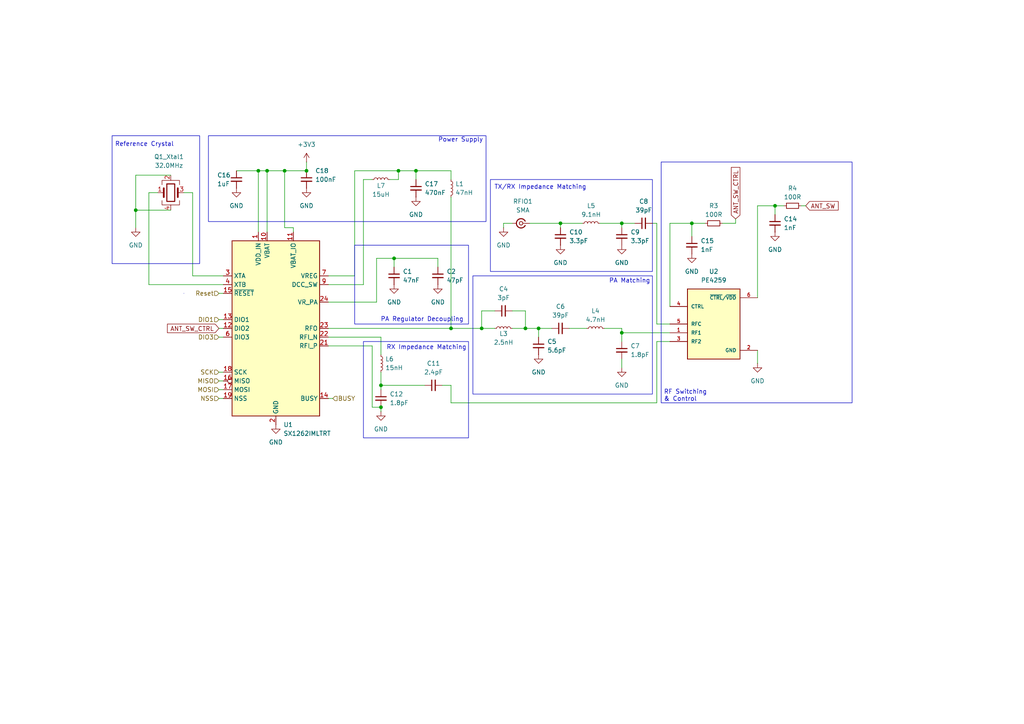
<source format=kicad_sch>
(kicad_sch (version 20231120) (generator "eeschema") (generator_version "8.0")
  (paper "A4")
  (title_block (title "LoRA Radio"))
  (lib_symbols
    (symbol "Connector:Conn_Coaxial_Small" (pin_numbers hide) (pin_names (offset 1.016) hide)
      (property "Reference" "J" (at 0.254 3.048 0))
      (property "Value" "Conn_Coaxial_Small" (at 0 -3.81 0))
      (symbol "Conn_Coaxial_Small_0_1"
        (polyline (pts (xy -2.54 0) (xy -0.508 0)))
        (circle (center 0 0) (radius 0.508) (stroke (width 0.2032)))
      )
      (symbol "Conn_Coaxial_Small_1_1"
        (arc (start -1.1916 -0.6311) (mid 0.327 -1.3081) (end 1.3484 0.0039) (stroke (width 0.3048)))
        (arc (start 1.3484 -0.0039) (mid 0.327 1.3081) (end -1.1916 0.6311) (stroke (width 0.3048)))
        (pin passive line (at -2.54 0 0) (length 1.27) (name "In") (number "1"))
        (pin passive line (at 2.54 0 180) (length 1.27) (name "Ext") (number "2"))
      )
    )
    (symbol "Device:C_Small" (pin_numbers hide) (pin_names (offset 0.254) hide)
      (property "Reference" "C" (at 0.254 1.778 0))
      (property "Value" "C_Small" (at 0.254 -2.032 0))
      (symbol "C_Small_0_1"
        (polyline (pts (xy -1.524 -0.508) (xy 1.524 -0.508)) (stroke (width 0.3302)))
        (polyline (pts (xy -1.524 0.508) (xy 1.524 0.508)) (stroke (width 0.3048)))
      )
      (symbol "C_Small_1_1"
        (pin passive line (at 0 2.54 270) (length 2.032) (name "~") (number "1"))
        (pin passive line (at 0 -2.54 90) (length 2.032) (name "~") (number "2"))
      )
    )
    (symbol "Device:Crystal_GND24" (pin_names (offset 1.016) hide)
      (property "Reference" "Y" (at 3.175 5.08 0))
      (property "Value" "Crystal_GND24" (at 3.175 3.175 0))
      (symbol "Crystal_GND24_0_1"
        (rectangle (start -1.143 2.54) (end 1.143 -2.54) (stroke (width 0.3048)))
        (polyline (pts (xy -2.54 0) (xy -2.032 0)))
        (polyline (pts (xy -2.032 -1.27) (xy -2.032 1.27)) (stroke (width 0.508)))
        (polyline (pts (xy 0 -3.81) (xy 0 -3.556)))
        (polyline (pts (xy 0 3.556) (xy 0 3.81)))
        (polyline (pts (xy 2.032 -1.27) (xy 2.032 1.27)) (stroke (width 0.508)))
        (polyline (pts (xy 2.032 0) (xy 2.54 0)))
        (polyline (pts (xy -2.54 -2.286) (xy -2.54 -3.556) (xy 2.54 -3.556) (xy 2.54 -2.286)))
        (polyline (pts (xy -2.54 2.286) (xy -2.54 3.556) (xy 2.54 3.556) (xy 2.54 2.286)))
      )
      (symbol "Crystal_GND24_1_1"
        (pin passive line (at -3.81 0 0) (length 1.27) (name "1") (number "1"))
        (pin passive line (at 0 5.08 270) (length 1.27) (name "2") (number "2"))
        (pin passive line (at 3.81 0 180) (length 1.27) (name "3") (number "3"))
        (pin passive line (at 0 -5.08 90) (length 1.27) (name "4") (number "4"))
      )
    )
    (symbol "Device:L_Small" (pin_numbers hide) (pin_names (offset 0.254) hide)
      (property "Reference" "L" (at 0.762 1.016 0))
      (property "Value" "L_Small" (at 0.762 -1.016 0))
      (symbol "L_Small_0_1"
        (arc (start 0 -2.032) (mid 0.5058 -1.524) (end 0 -1.016))
        (arc (start 0 -1.016) (mid 0.5058 -0.508) (end 0 0))
        (arc (start 0 0) (mid 0.5058 0.508) (end 0 1.016))
        (arc (start 0 1.016) (mid 0.5058 1.524) (end 0 2.032))
      )
      (symbol "L_Small_1_1"
        (pin passive line (at 0 2.54 270) (length 0.508) (name "~") (number "1"))
        (pin passive line (at 0 -2.54 90) (length 0.508) (name "~") (number "2"))
      )
    )
    (symbol "Device:R_Small" (pin_numbers hide) (pin_names (offset 0.254) hide)
      (property "Reference" "R" (at 0.762 0.508 0))
      (property "Value" "R_Small" (at 0.762 -1.016 0))
      (symbol "R_Small_0_1"
        (rectangle (start -0.762 1.778) (end 0.762 -1.778) (stroke (width 0.2032)))
      )
      (symbol "R_Small_1_1"
        (pin passive line (at 0 2.54 270) (length 0.762) (name "~") (number "1"))
        (pin passive line (at 0 -2.54 90) (length 0.762) (name "~") (number "2"))
      )
    )
    (symbol "PE4259:PE4259" (pin_names (offset 1.016))
      (property "Reference" "U" (at -7.6219 10.1625 0))
      (property "Value" "PE4259" (at -7.6217 -12.7029 0))
      (symbol "PE4259_0_0"
        (rectangle (start -7.62 -10.16) (end 7.62 10.16) (stroke (width 0.254)) (fill (type background)))
        (pin passive line (at -12.7 -2.54 0) (length 5.08) (name "RF1") (number "1"))
        (pin power_in line (at 12.7 -7.62 180) (length 5.08) (name "GND") (number "2"))
        (pin passive line (at -12.7 -5.08 0) (length 5.08) (name "RF2") (number "3"))
        (pin input line (at -12.7 5.08 0) (length 5.08) (name "CTRL") (number "4"))
        (pin passive line (at -12.7 0 0) (length 5.08) (name "RFC") (number "5"))
        (pin power_in line (at 12.7 7.62 180) (length 5.08) (name "~{CTRL}/~{VDD}") (number "6"))
      )
    )
    (symbol "RF:SX1262IMLTRT"
      (property "Reference" "U" (at 13.97 24.13 0))
      (property "Value" "SX1262IMLTRT" (at 13.97 21.59 0))
      (symbol "SX1262IMLTRT_0_1"
        (rectangle (start -12.7 25.4) (end 12.7 -25.4) (stroke (width 0.254)) (fill (type background)))
      )
      (symbol "SX1262IMLTRT_1_1"
        (pin power_in line (at -5.08 27.94 270) (length 2.54) (name "VDD_IN") (number "1"))
        (pin power_in line (at -2.54 27.94 270) (length 2.54) (name "VBAT") (number "10"))
        (pin power_in line (at 5.08 27.94 270) (length 2.54) (name "VBAT_IO") (number "11"))
        (pin bidirectional line (at -15.24 0 0) (length 2.54) (name "DIO2") (number "12"))
        (pin bidirectional line (at -15.24 2.54 0) (length 2.54) (name "DIO1") (number "13"))
        (pin output line (at 15.24 -20.32 180) (length 2.54) (name "BUSY") (number "14"))
        (pin input line (at -15.24 10.16 0) (length 2.54) (name "~{RESET}") (number "15"))
        (pin tri_state inverted (at -15.24 -15.24 0) (length 2.54) (name "MISO") (number "16"))
        (pin input line (at -15.24 -17.78 0) (length 2.54) (name "MOSI") (number "17"))
        (pin input line (at -15.24 -12.7 0) (length 2.54) (name "SCK") (number "18"))
        (pin input line (at -15.24 -20.32 0) (length 2.54) (name "NSS") (number "19"))
        (pin power_in line (at 0 -27.94 90) (length 2.54) (name "GND") (number "2"))
        (pin passive line (at 0 -27.94 90) (length 2.54) hide (name "GND") (number "20"))
        (pin input line (at 15.24 -5.08 180) (length 2.54) (name "RFI_P") (number "21"))
        (pin input line (at 15.24 -2.54 180) (length 2.54) (name "RFI_N") (number "22"))
        (pin output line (at 15.24 0 180) (length 2.54) (name "RFO") (number "23"))
        (pin power_out line (at 15.24 7.62 180) (length 2.54) (name "VR_PA") (number "24"))
        (pin passive line (at 0 -27.94 90) (length 2.54) hide (name "GND") (number "25"))
        (pin bidirectional line (at -15.24 15.24 0) (length 2.54) (name "XTA") (number "3"))
        (pin bidirectional line (at -15.24 12.7 0) (length 2.54) (name "XTB") (number "4"))
        (pin passive line (at 0 -27.94 90) (length 2.54) hide (name "GND") (number "5"))
        (pin bidirectional line (at -15.24 -2.54 0) (length 2.54) (name "DIO3") (number "6"))
        (pin power_out line (at 15.24 15.24 180) (length 2.54) (name "VREG") (number "7"))
        (pin passive line (at 0 -27.94 90) (length 2.54) hide (name "GND") (number "8"))
        (pin power_out line (at 15.24 12.7 180) (length 2.54) (name "DCC_SW") (number "9"))
      )
    )
    (symbol "power:+3V3" (power) (pin_numbers hide) (pin_names (offset 0) hide)
      (property "Value" "+3V3" (at 0 3.556 0))
      (symbol "+3V3_0_1"
        (polyline (pts (xy -0.762 1.27) (xy 0 2.54)))
        (polyline (pts (xy 0 0) (xy 0 2.54)))
        (polyline (pts (xy 0 2.54) (xy 0.762 1.27)))
      )
      (symbol "+3V3_1_1"
        (pin power_in line (at 0 0 90) (length 0) (name "~") (number "1"))
      )
    )
    (symbol "power:GND" (power) (pin_numbers hide) (pin_names (offset 0) hide)
      (property "Value" "GND" (at 0 -3.81 0))
      (symbol "GND_0_1"
        (polyline (pts (xy 0 0) (xy 0 -1.27) (xy 1.27 -1.27) (xy 0 -2.54) (xy -1.27 -1.27) (xy 0 -1.27)))
      )
      (symbol "GND_1_1"
        (pin power_in line (at 0 0 270) (length 0) (name "~") (number "1"))
      )
    )
  )
  (junction (at 39.37 60.96))
  (junction (at 88.9 49.53))
  (junction (at 77.47 49.53))
  (junction (at 200.66 64.77))
  (junction (at 120.65 49.53))
  (junction (at 224.79 59.69))
  (junction (at 180.34 96.52))
  (junction (at 114.3 74.93))
  (junction (at 82.55 49.53))
  (junction (at 110.49 118.11))
  (junction (at 115.57 49.53))
  (junction (at 156.21 95.25))
  (junction (at 162.56 64.77))
  (junction (at 180.34 64.77))
  (junction (at 139.7 95.25))
  (junction (at 74.93 49.53))
  (junction (at 130.81 95.25))
  (junction (at 110.49 111.76))
  (junction (at 152.4 95.25))
  (wire (pts (xy 139.7 90.17) (xy 139.7 95.25)))
  (wire (pts (xy 63.5 115.57) (xy 64.77 115.57)))
  (wire (pts (xy 143.51 90.17) (xy 139.7 90.17)))
  (wire (pts (xy 190.5 93.98) (xy 194.31 93.98)))
  (wire (pts (xy 130.81 49.53) (xy 120.65 49.53)))
  (wire (pts (xy 175.26 95.25) (xy 180.34 95.25)))
  (wire (pts (xy 152.4 95.25) (xy 156.21 95.25)))
  (wire (pts (xy 219.71 59.69) (xy 219.71 86.36)))
  (wire (pts (xy 43.18 82.55) (xy 64.77 82.55)))
  (wire (pts (xy 127 77.47) (xy 127 74.93)))
  (wire (pts (xy 95.25 97.79) (xy 110.49 97.79)))
  (wire (pts (xy 39.37 50.8) (xy 39.37 60.96)))
  (wire (pts (xy 180.34 104.14) (xy 180.34 106.68)))
  (wire (pts (xy 105.41 82.55) (xy 95.25 82.55)))
  (wire (pts (xy 63.5 92.71) (xy 64.77 92.71)))
  (wire (pts (xy 110.49 97.79) (xy 110.49 102.87)))
  (wire (pts (xy 113.03 52.07) (xy 115.57 52.07)))
  (wire (pts (xy 107.95 118.11) (xy 110.49 118.11)))
  (wire (pts (xy 213.36 63.5) (xy 213.36 64.77)))
  (wire (pts (xy 85.09 67.31) (xy 85.09 66.04)))
  (wire (pts (xy 232.41 59.69) (xy 233.68 59.69)))
  (wire (pts (xy 162.56 64.77) (xy 162.56 66.04)))
  (wire (pts (xy 130.81 116.84) (xy 130.81 111.76)))
  (wire (pts (xy 156.21 95.25) (xy 156.21 97.79)))
  (wire (pts (xy 77.47 49.53) (xy 77.47 67.31)))
  (wire (pts (xy 68.58 49.53) (xy 74.93 49.53)))
  (wire (pts (xy 115.57 49.53) (xy 115.57 52.07)))
  (wire (pts (xy 49.53 50.8) (xy 39.37 50.8)))
  (wire (pts (xy 146.05 64.77) (xy 146.05 66.04)))
  (wire (pts (xy 120.65 49.53) (xy 120.65 52.07)))
  (wire (pts (xy 105.41 52.07) (xy 107.95 52.07)))
  (wire (pts (xy 190.5 64.77) (xy 189.23 64.77)))
  (wire (pts (xy 74.93 49.53) (xy 74.93 67.31)))
  (wire (pts (xy 109.22 74.93) (xy 114.3 74.93)))
  (wire (pts (xy 180.34 64.77) (xy 180.34 66.04)))
  (wire (pts (xy 180.34 95.25) (xy 180.34 96.52)))
  (wire (pts (xy 63.5 85.09) (xy 64.77 85.09)))
  (wire (pts (xy 107.95 100.33) (xy 107.95 118.11)))
  (wire (pts (xy 200.66 64.77) (xy 200.66 68.58)))
  (wire (pts (xy 88.9 46.99) (xy 88.9 49.53)))
  (wire (pts (xy 156.21 95.25) (xy 160.02 95.25)))
  (wire (pts (xy 82.55 49.53) (xy 88.9 49.53)))
  (wire (pts (xy 95.25 95.25) (xy 130.81 95.25)))
  (wire (pts (xy 63.5 110.49) (xy 64.77 110.49)))
  (wire (pts (xy 82.55 49.53) (xy 82.55 66.04)))
  (wire (pts (xy 200.66 64.77) (xy 204.47 64.77)))
  (wire (pts (xy 180.34 96.52) (xy 194.31 96.52)))
  (wire (pts (xy 130.81 111.76) (xy 128.27 111.76)))
  (wire (pts (xy 74.93 49.53) (xy 77.47 49.53)))
  (wire (pts (xy 63.5 97.79) (xy 64.77 97.79)))
  (wire (pts (xy 39.37 60.96) (xy 39.37 66.04)))
  (wire (pts (xy 102.87 49.53) (xy 115.57 49.53)))
  (wire (pts (xy 45.72 55.88) (xy 43.18 55.88)))
  (wire (pts (xy 130.81 95.25) (xy 139.7 95.25)))
  (wire (pts (xy 77.47 49.53) (xy 82.55 49.53)))
  (wire (pts (xy 148.59 90.17) (xy 152.4 90.17)))
  (wire (pts (xy 102.87 49.53) (xy 102.87 80.01)))
  (wire (pts (xy 109.22 87.63) (xy 109.22 74.93)))
  (wire (pts (xy 110.49 119.38) (xy 110.49 118.11)))
  (wire (pts (xy 55.88 55.88) (xy 53.34 55.88)))
  (wire (pts (xy 224.79 59.69) (xy 224.79 62.23)))
  (wire (pts (xy 63.5 107.95) (xy 64.77 107.95)))
  (wire (pts (xy 107.95 100.33) (xy 95.25 100.33)))
  (wire (pts (xy 213.36 64.77) (xy 209.55 64.77)))
  (wire (pts (xy 55.88 80.01) (xy 64.77 80.01)))
  (wire (pts (xy 194.31 64.77) (xy 200.66 64.77)))
  (wire (pts (xy 55.88 55.88) (xy 55.88 80.01)))
  (wire (pts (xy 115.57 49.53) (xy 120.65 49.53)))
  (wire (pts (xy 180.34 64.77) (xy 184.15 64.77)))
  (wire (pts (xy 194.31 88.9) (xy 194.31 64.77)))
  (wire (pts (xy 152.4 90.17) (xy 152.4 95.25)))
  (wire (pts (xy 102.87 80.01) (xy 95.25 80.01)))
  (wire (pts (xy 63.5 113.03) (xy 64.77 113.03)))
  (wire (pts (xy 153.67 64.77) (xy 162.56 64.77)))
  (wire (pts (xy 180.34 96.52) (xy 180.34 99.06)))
  (wire (pts (xy 130.81 52.07) (xy 130.81 49.53)))
  (wire (pts (xy 95.25 87.63) (xy 109.22 87.63)))
  (wire (pts (xy 43.18 55.88) (xy 43.18 82.55)))
  (wire (pts (xy 139.7 95.25) (xy 143.51 95.25)))
  (wire (pts (xy 173.99 64.77) (xy 180.34 64.77)))
  (wire (pts (xy 96.52 115.57) (xy 95.25 115.57)))
  (wire (pts (xy 63.5 95.25) (xy 64.77 95.25)))
  (wire (pts (xy 105.41 52.07) (xy 105.41 82.55)))
  (wire (pts (xy 219.71 59.69) (xy 224.79 59.69)))
  (wire (pts (xy 110.49 107.95) (xy 110.49 111.76)))
  (wire (pts (xy 110.49 111.76) (xy 123.19 111.76)))
  (wire (pts (xy 85.09 66.04) (xy 82.55 66.04)))
  (wire (pts (xy 130.81 57.15) (xy 130.81 95.25)))
  (wire (pts (xy 114.3 74.93) (xy 127 74.93)))
  (wire (pts (xy 190.5 64.77) (xy 190.5 93.98)))
  (wire (pts (xy 148.59 95.25) (xy 152.4 95.25)))
  (wire (pts (xy 110.49 111.76) (xy 110.49 113.03)))
  (wire (pts (xy 168.91 64.77) (xy 162.56 64.77)))
  (wire (pts (xy 114.3 77.47) (xy 114.3 74.93)))
  (wire (pts (xy 219.71 101.6) (xy 219.71 105.41)))
  (wire (pts (xy 190.5 99.06) (xy 190.5 116.84)))
  (wire (pts (xy 165.1 95.25) (xy 170.18 95.25)))
  (wire (pts (xy 190.5 116.84) (xy 130.81 116.84)))
  (wire (pts (xy 148.59 64.77) (xy 146.05 64.77)))
  (wire (pts (xy 224.79 59.69) (xy 227.33 59.69)))
  (wire (pts (xy 194.31 99.06) (xy 190.5 99.06)))
  (wire (pts (xy 49.53 60.96) (xy 39.37 60.96)))
  (rectangle (start 102.87 71.12) (end 135.89 93.98))
  (rectangle (start 53.34 85.09) (end 53.34 85.09))
  (rectangle (start 32.512 39.37) (end 57.912 76.454))
  (rectangle (start 191.77 46.99) (end 247.142 116.84))
  (rectangle (start 137.16 80.01) (end 189.23 114.3))
  (rectangle (start 105.41 99.06) (end 135.89 127))
  (rectangle (start 60.452 39.37) (end 140.97 64.262))
  (rectangle (start 142.24 52.07) (end 189.23 78.74))
  (text "RF Switching\n& Control" (at 192.532 114.808 0) (effects (font (size 1.27 1.27)) (justify left)))
  (text "RX Impedance Matching" (at 123.698 100.838 0) (effects (font (size 1.27 1.27))))
  (text "PA Matching" (at 182.626 81.534 0) (effects (font (size 1.27 1.27))))
  (text "Reference Crystal" (at 41.91 41.91 0) (effects (font (size 1.27 1.27))))
  (text "PA Regulator Decoupling" (at 122.428 92.71 0) (effects (font (size 1.27 1.27))))
  (text "Power Supply" (at 133.604 40.64 0) (effects (font (size 1.27 1.27))))
  (text "TX/RX Impedance Matching" (at 156.718 54.356 0) (effects (font (size 1.27 1.27))))
  (global_label "ANT_SW_CTRL" (shape input) (at 213.36 63.5 90) (property "Intersheetrefs" "${INTERSHEET_REFS}" (effects (hide yes))))
  (global_label "ANT_SW" (shape input) (at 233.68 59.69 0) (property "Intersheetrefs" "${INTERSHEET_REFS}" (effects (hide yes))))
  (global_label "ANT_SW_CTRL" (shape input) (at 63.5 95.25 180) (property "Intersheetrefs" "${INTERSHEET_REFS}" (effects (hide yes))))
  (hierarchical_label "MOSI" (shape input) (at 63.5 113.03 180))
  (hierarchical_label "BUSY" (shape input) (at 96.52 115.57 0))
  (hierarchical_label "DIO3" (shape input) (at 63.5 97.79 180))
  (hierarchical_label "Reset" (shape input) (at 63.5 85.09 180))
  (hierarchical_label "SCK" (shape input) (at 63.5 107.95 180))
  (hierarchical_label "NSS" (shape input) (at 63.5 115.57 180))
  (hierarchical_label "MISO" (shape input) (at 63.5 110.49 180))
  (hierarchical_label "DIO1" (shape input) (at 63.5 92.71 180))
  (symbol (lib_id "Device:L_Small") (at 146.05 95.25 90) (unit 1)
    (property "Reference" "L3" (at 146.05 96.774 90))
    (property "Value" "2.5nH" (at 146.05 99.314 90))
    (property "Footprint" "Inductor_SMD:L_0402_1005Metric" (effects (hide yes)))
    (property "Description" "Inductor, small symbol" (effects (hide yes)))
  )
  (symbol (lib_id "Device:L_Small") (at 110.49 105.41 0) (unit 1)
    (property "Reference" "L6" (at 111.76 104.1399 0) (effects (justify left)))
    (property "Value" "15nH" (at 111.76 106.6799 0) (effects (justify left)))
    (property "Footprint" "Inductor_SMD:L_0402_1005Metric" (effects (hide yes)))
    (property "Description" "Inductor, small symbol" (effects (hide yes)))
  )
  (symbol (lib_id "Device:L_Small") (at 171.45 64.77 90) (unit 1)
    (property "Reference" "L5" (at 171.45 59.69 90))
    (property "Value" "9.1nH" (at 171.45 62.23 90))
    (property "Footprint" "Inductor_SMD:L_0402_1005Metric" (effects (hide yes)))
    (property "Description" "Inductor, small symbol" (effects (hide yes)))
  )
  (symbol (lib_id "power:GND") (at 156.21 102.87 0) (unit 1)
    (property "Reference" "#PWR011" (effects (hide yes)))
    (property "Value" "GND" (at 156.21 107.95 0))
    (property "Description" "Power symbol creates a global label with name \"GND\" , ground" (effects (hide yes)))
  )
  (symbol (lib_id "Device:L_Small") (at 172.72 95.25 90) (unit 1)
    (property "Reference" "L4" (at 172.72 90.17 90))
    (property "Value" "4.7nH" (at 172.72 92.71 90))
    (property "Footprint" "Inductor_SMD:L_0402_1005Metric" (effects (hide yes)))
    (property "Description" "Inductor, small symbol" (effects (hide yes)))
  )
  (symbol (lib_id "Device:C_Small") (at 146.05 90.17 90) (unit 1)
    (property "Reference" "C4" (at 146.0563 83.82 90))
    (property "Value" "3pF" (at 146.0563 86.36 90))
    (property "Footprint" "Capacitor_SMD:C_0402_1005Metric" (effects (hide yes)))
    (property "Description" "Unpolarized capacitor, small symbol" (effects (hide yes)))
  )
  (symbol (lib_id "Device:C_Small") (at 224.79 64.77 0) (unit 1)
    (property "Reference" "C14" (at 227.33 63.5062 0) (effects (justify left)))
    (property "Value" "1nF" (at 227.33 66.0462 0) (effects (justify left)))
    (property "Footprint" "Capacitor_SMD:C_0402_1005Metric" (effects (hide yes)))
    (property "Description" "Unpolarized capacitor, small symbol" (effects (hide yes)))
  )
  (symbol (lib_id "power:GND") (at 180.34 71.12 0) (unit 1)
    (property "Reference" "#PWR014" (effects (hide yes)))
    (property "Value" "GND" (at 180.34 76.2 0))
    (property "Description" "Power symbol creates a global label with name \"GND\" , ground" (effects (hide yes)))
  )
  (symbol (lib_id "Device:C_Small") (at 200.66 71.12 0) (unit 1)
    (property "Reference" "C15" (at 203.2 69.8562 0) (effects (justify left)))
    (property "Value" "1nF" (at 203.2 72.3962 0) (effects (justify left)))
    (property "Footprint" "Capacitor_SMD:C_0402_1005Metric" (effects (hide yes)))
    (property "Description" "Unpolarized capacitor, small symbol" (effects (hide yes)))
  )
  (symbol (lib_id "power:GND") (at 114.3 82.55 0) (unit 1)
    (property "Reference" "#PWR08" (effects (hide yes)))
    (property "Value" "GND" (at 114.3 87.63 0))
    (property "Description" "Power symbol creates a global label with name \"GND\" , ground" (effects (hide yes)))
  )
  (symbol (lib_id "RF:SX1262IMLTRT") (at 80.01 95.25 0) (unit 1)
    (property "Reference" "U1" (at 82.2041 123.19 0) (effects (justify left)))
    (property "Value" "SX1262IMLTRT" (at 82.2041 125.73 0) (effects (justify left)))
    (property "Footprint" "Package_DFN_QFN:QFN-24-1EP_4x4mm_P0.5mm_EP2.6x2.6mm" (effects (hide yes)))
    (property "Datasheet" "https://semtech.file.force.com/sfc/dist/version/download/?oid=00DE0000000JelG&ids=0682R00000IjPWSQA3&d=%2Fa%2F2R000000Un7F%2FyT.fKdAr9ZAo3cJLc4F2cBdUsMftpT2vsOICP7NmvMo" (effects (hide yes)))
    (property "Description" "150 MHz to 960 MHz Low Power Long Range Transceiver, 22dBm output power, spreading factor from 5 to 12, LoRA, QFN-24" (effects (hide yes)))
  )
  (symbol (lib_id "Device:C_Small") (at 162.56 95.25 90) (unit 1)
    (property "Reference" "C6" (at 162.5663 88.9 90))
    (property "Value" "39pF" (at 162.5663 91.44 90))
    (property "Footprint" "Capacitor_SMD:C_0402_1005Metric" (effects (hide yes)))
    (property "Description" "Unpolarized capacitor, small symbol" (effects (hide yes)))
  )
  (symbol (lib_id "Device:L_Small") (at 130.81 54.61 0) (unit 1)
    (property "Reference" "L1" (at 132.08 53.3399 0) (effects (justify left)))
    (property "Value" "47nH" (at 132.08 55.8799 0) (effects (justify left)))
    (property "Footprint" "Inductor_SMD:L_0402_1005Metric" (effects (hide yes)))
    (property "Description" "Inductor, small symbol" (effects (hide yes)))
  )
  (symbol (lib_id "Device:C_Small") (at 125.73 111.76 90) (unit 1)
    (property "Reference" "C11" (at 125.7363 105.41 90))
    (property "Value" "2.4pF" (at 125.7363 107.95 90))
    (property "Footprint" "Capacitor_SMD:C_0402_1005Metric" (effects (hide yes)))
    (property "Description" "Unpolarized capacitor, small symbol" (effects (hide yes)))
  )
  (symbol (lib_id "Device:R_Small") (at 207.01 64.77 90) (unit 1)
    (property "Reference" "R3" (at 207.01 59.69 90))
    (property "Value" "100R" (at 207.01 62.23 90))
    (property "Footprint" "Resistor_SMD:R_0402_1005Metric" (effects (hide yes)))
    (property "Description" "Resistor, small symbol" (effects (hide yes)))
  )
  (symbol (lib_id "Device:C_Small") (at 180.34 101.6 0) (unit 1)
    (property "Reference" "C7" (at 182.88 100.3362 0) (effects (justify left)))
    (property "Value" "1.8pF" (at 182.88 102.8762 0) (effects (justify left)))
    (property "Footprint" "Capacitor_SMD:C_0402_1005Metric" (effects (hide yes)))
    (property "Description" "Unpolarized capacitor, small symbol" (effects (hide yes)))
  )
  (symbol (lib_id "power:GND") (at 146.05 66.04 0) (unit 1)
    (property "Reference" "#PWR016" (effects (hide yes)))
    (property "Value" "GND" (at 146.05 71.12 0))
    (property "Description" "Power symbol creates a global label with name \"GND\" , ground" (effects (hide yes)))
  )
  (symbol (lib_id "power:GND") (at 127 82.55 0) (unit 1)
    (property "Reference" "#PWR09" (effects (hide yes)))
    (property "Value" "GND" (at 127 87.63 0))
    (property "Description" "Power symbol creates a global label with name \"GND\" , ground" (effects (hide yes)))
  )
  (symbol (lib_id "power:GND") (at 120.65 57.15 0) (unit 1)
    (property "Reference" "#PWR06" (effects (hide yes)))
    (property "Value" "GND" (at 120.65 62.23 0))
    (property "Description" "Power symbol creates a global label with name \"GND\" , ground" (effects (hide yes)))
  )
  (symbol (lib_id "power:GND") (at 39.37 66.04 0) (unit 1)
    (property "Reference" "#PWR01" (effects (hide yes)))
    (property "Value" "GND" (at 39.37 71.12 0))
    (property "Description" "Power symbol creates a global label with name \"GND\" , ground" (effects (hide yes)))
  )
  (symbol (lib_id "power:GND") (at 162.56 71.12 0) (unit 1)
    (property "Reference" "#PWR015" (effects (hide yes)))
    (property "Value" "GND" (at 162.56 76.2 0))
    (property "Description" "Power symbol creates a global label with name \"GND\" , ground" (effects (hide yes)))
  )
  (symbol (lib_id "Device:C_Small") (at 162.56 68.58 0) (unit 1)
    (property "Reference" "C10" (at 165.1 67.3162 0) (effects (justify left)))
    (property "Value" "3.3pF" (at 165.1 69.8562 0) (effects (justify left)))
    (property "Footprint" "Capacitor_SMD:C_0402_1005Metric" (effects (hide yes)))
    (property "Description" "Unpolarized capacitor, small symbol" (effects (hide yes)))
  )
  (symbol (lib_id "Device:Crystal_GND24") (at 49.53 55.88 0) (unit 1)
    (property "Reference" "Q1_Xtal1" (at 49.022 45.466 0))
    (property "Value" "32.0MHz" (at 49.022 48.006 0))
    (property "Footprint" "Crystal:Crystal_SMD_2016-4Pin_2.0x1.6mm" (effects (hide yes)))
    (property "Description" "Four pin crystal, GND on pins 2 and 4" (effects (hide yes)))
  )
  (symbol (lib_id "power:GND") (at 80.01 123.19 0) (unit 1)
    (property "Reference" "#PWR07" (effects (hide yes)))
    (property "Value" "GND" (at 80.01 128.27 0))
    (property "Description" "Power symbol creates a global label with name \"GND\" , ground" (effects (hide yes)))
  )
  (symbol (lib_id "Device:C_Small") (at 180.34 68.58 0) (unit 1)
    (property "Reference" "C9" (at 182.88 67.3162 0) (effects (justify left)))
    (property "Value" "3.3pF" (at 182.88 69.8562 0) (effects (justify left)))
    (property "Footprint" "Capacitor_SMD:C_0402_1005Metric" (effects (hide yes)))
    (property "Description" "Unpolarized capacitor, small symbol" (effects (hide yes)))
  )
  (symbol (lib_id "Device:C_Small") (at 127 80.01 0) (unit 1)
    (property "Reference" "C2" (at 129.54 78.7462 0) (effects (justify left)))
    (property "Value" "47pF" (at 129.54 81.2862 0) (effects (justify left)))
    (property "Footprint" "Capacitor_SMD:C_0402_1005Metric" (effects (hide yes)))
    (property "Description" "Unpolarized capacitor, small symbol" (effects (hide yes)))
  )
  (symbol (lib_id "Device:R_Small") (at 229.87 59.69 90) (unit 1)
    (property "Reference" "R4" (at 229.87 54.61 90))
    (property "Value" "100R" (at 229.87 57.15 90))
    (property "Footprint" "Resistor_SMD:R_0402_1005Metric" (effects (hide yes)))
    (property "Description" "Resistor, small symbol" (effects (hide yes)))
  )
  (symbol (lib_id "power:GND") (at 180.34 106.68 0) (unit 1)
    (property "Reference" "#PWR012" (effects (hide yes)))
    (property "Value" "GND" (at 180.34 111.76 0))
    (property "Description" "Power symbol creates a global label with name \"GND\" , ground" (effects (hide yes)))
  )
  (symbol (lib_id "power:GND") (at 219.71 105.41 0) (unit 1)
    (property "Reference" "#PWR013" (effects (hide yes)))
    (property "Value" "GND" (at 219.71 110.49 0))
    (property "Description" "Power symbol creates a global label with name \"GND\" , ground" (effects (hide yes)))
  )
  (symbol (lib_id "Device:C_Small") (at 114.3 80.01 0) (unit 1)
    (property "Reference" "C1" (at 116.84 78.7462 0) (effects (justify left)))
    (property "Value" "47nF" (at 116.84 81.2862 0) (effects (justify left)))
    (property "Footprint" "Capacitor_SMD:C_0402_1005Metric" (effects (hide yes)))
    (property "Description" "Unpolarized capacitor, small symbol" (effects (hide yes)))
  )
  (symbol (lib_id "power:+3V3") (at 88.9 46.99 0) (unit 1)
    (property "Reference" "#PWR046" (effects (hide yes)))
    (property "Value" "+3V3" (at 88.9 41.91 0))
    (property "Description" "Power symbol creates a global label with name \"+3V3\"" (effects (hide yes)))
  )
  (symbol (lib_id "Connector:Conn_Coaxial_Small") (at 151.13 64.77 180) (unit 1)
    (property "Reference" "RFIO1" (at 151.6495 58.42 0))
    (property "Value" "SMA" (at 151.6495 60.96 0))
    (property "Footprint" "Connector_Coaxial:U.FL_Molex_MCRF_73412-0110_Vertical" (effects (hide yes)))
    (property "Datasheet" " ~" (effects (hide yes)))
    (property "Description" "small coaxial connector (BNC, SMA, SMB, SMC, Cinch/RCA, LEMO, ...)" (effects (hide yes)))
  )
  (symbol (lib_id "Device:C_Small") (at 186.69 64.77 90) (unit 1)
    (property "Reference" "C8" (at 186.6963 58.42 90))
    (property "Value" "39pF" (at 186.6963 60.96 90))
    (property "Footprint" "Capacitor_SMD:C_0402_1005Metric" (effects (hide yes)))
    (property "Description" "Unpolarized capacitor, small symbol" (effects (hide yes)))
  )
  (symbol (lib_id "PE4259:PE4259") (at 207.01 93.98 0) (unit 1)
    (property "Reference" "U2" (at 207.01 78.74 0))
    (property "Value" "PE4259" (at 207.01 81.28 0))
    (property "Footprint" "KiCAD Parts:SOT65P215X110-6N" (effects (hide yes)))
    (property "MF" "pSemi" (effects (hide yes)))
    (property "Description_1" "\nRF Switch IC General Purpose SPDT 3 GHz 50Ohm SC-70-6\n" (effects (hide yes)))
    (property "Package" "SOT-363 Peregrine Semiconductor" (effects (hide yes)))
    (property "Price" "None" (effects (hide yes)))
    (property "Check_prices" "https://www.snapeda.com/parts/PE4259/pSemi/view-part/?ref=eda" (effects (hide yes)))
    (property "SnapEDA_Link" "https://www.snapeda.com/parts/PE4259/pSemi/view-part/?ref=snap" (effects (hide yes)))
    (property "MP" "PE4259" (effects (hide yes)))
    (property "Availability" "In Stock" (effects (hide yes)))
    (property "MANUFACTURER" "Peregrine Semiconductor" (effects (hide yes)))
  )
  (symbol (lib_id "power:GND") (at 200.66 73.66 0) (unit 1)
    (property "Reference" "#PWR018" (effects (hide yes)))
    (property "Value" "GND" (at 200.66 78.74 0))
    (property "Description" "Power symbol creates a global label with name \"GND\" , ground" (effects (hide yes)))
  )
  (symbol (lib_id "power:GND") (at 224.79 67.31 0) (unit 1)
    (property "Reference" "#PWR017" (effects (hide yes)))
    (property "Value" "GND" (at 224.79 72.39 0))
    (property "Description" "Power symbol creates a global label with name \"GND\" , ground" (effects (hide yes)))
  )
  (symbol (lib_id "Device:L_Small") (at 110.49 52.07 90) (unit 1)
    (property "Reference" "L7" (at 110.49 53.848 90))
    (property "Value" "15uH" (at 110.49 56.388 90))
    (property "Footprint" "Inductor_SMD:L_0402_1005Metric" (effects (hide yes)))
    (property "Description" "Inductor, small symbol" (effects (hide yes)))
  )
  (symbol (lib_id "power:GND") (at 68.58 54.61 0) (unit 1)
    (property "Reference" "#PWR03" (effects (hide yes)))
    (property "Value" "GND" (at 68.58 59.69 0))
    (property "Description" "Power symbol creates a global label with name \"GND\" , ground" (effects (hide yes)))
  )
  (symbol (lib_id "power:GND") (at 110.49 119.38 0) (unit 1)
    (property "Reference" "#PWR019" (effects (hide yes)))
    (property "Value" "GND" (at 110.49 124.46 0))
    (property "Description" "Power symbol creates a global label with name \"GND\" , ground" (effects (hide yes)))
  )
  (symbol (lib_id "Device:C_Small") (at 68.58 52.07 0) (unit 1)
    (property "Reference" "C16" (at 62.992 50.8 0) (effects (justify left)))
    (property "Value" "1uF" (at 62.992 53.34 0) (effects (justify left)))
    (property "Footprint" "Capacitor_SMD:C_0402_1005Metric" (effects (hide yes)))
    (property "Description" "Unpolarized capacitor, small symbol" (effects (hide yes)))
  )
  (symbol (lib_id "Device:C_Small") (at 88.9 52.07 0) (unit 1)
    (property "Reference" "C18" (at 91.44 49.53 0) (effects (justify left)))
    (property "Value" "100nF" (at 91.44 52.07 0) (effects (justify left)))
    (property "Footprint" "Capacitor_SMD:C_0402_1005Metric" (effects (hide yes)))
    (property "Description" "Unpolarized capacitor, small symbol" (effects (hide yes)))
  )
  (symbol (lib_id "Device:C_Small") (at 120.65 54.61 0) (unit 1)
    (property "Reference" "C17" (at 123.19 53.3462 0) (effects (justify left)))
    (property "Value" "470nF" (at 123.19 55.8862 0) (effects (justify left)))
    (property "Footprint" "Capacitor_SMD:C_0402_1005Metric" (effects (hide yes)))
    (property "Description" "Unpolarized capacitor, small symbol" (effects (hide yes)))
  )
  (symbol (lib_id "Device:C_Small") (at 110.49 115.57 0) (unit 1)
    (property "Reference" "C12" (at 113.03 114.3062 0) (effects (justify left)))
    (property "Value" "1.8pF" (at 113.03 116.8462 0) (effects (justify left)))
    (property "Footprint" "Capacitor_SMD:C_0402_1005Metric" (effects (hide yes)))
    (property "Description" "Unpolarized capacitor, small symbol" (effects (hide yes)))
  )
  (symbol (lib_id "power:GND") (at 88.9 54.61 0) (unit 1)
    (property "Reference" "#PWR05" (effects (hide yes)))
    (property "Value" "GND" (at 88.9 59.69 0))
    (property "Description" "Power symbol creates a global label with name \"GND\" , ground" (effects (hide yes)))
  )
  (symbol (lib_id "Device:C_Small") (at 156.21 100.33 0) (unit 1)
    (property "Reference" "C5" (at 158.75 99.0662 0) (effects (justify left)))
    (property "Value" "5.6pF" (at 158.75 101.6062 0) (effects (justify left)))
    (property "Footprint" "Capacitor_SMD:C_0402_1005Metric" (effects (hide yes)))
    (property "Description" "Unpolarized capacitor, small symbol" (effects (hide yes)))
  )
)
</source>
